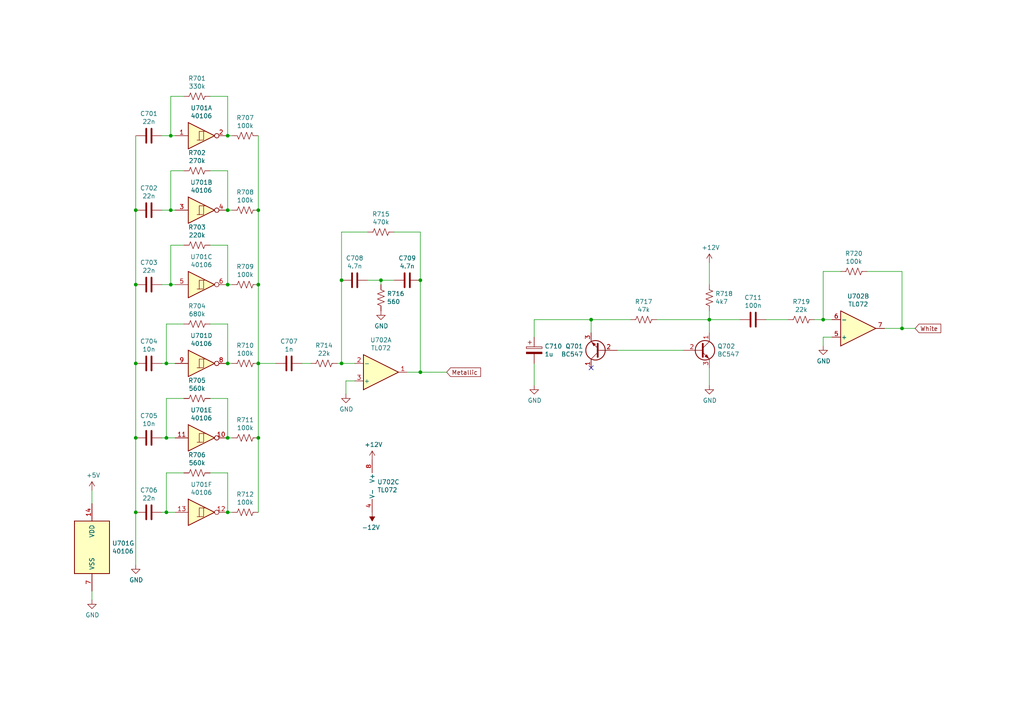
<source format=kicad_sch>
(kicad_sch (version 20230121) (generator eeschema)
  (paper "A4")
  (lib_symbols
    (symbol "4xxx:40106" (pin_names (offset 1.016))
      (property "Reference" "U" (at 0 1.27 0))
      (property "Value" "40106" (at 0 -1.27 0))
      (symbol "40106_1_0"
        (polyline (pts (xy -0.635 -1.27) (xy -0.635 1.27) (xy 0.635 1.27)))
        (polyline (pts (xy -3.81 3.81) (xy -3.81 -3.81) (xy 3.81 0) (xy -3.81 3.81)) (stroke (width 0.254)) (fill (type background)))
        (polyline (pts (xy -1.27 -1.27) (xy 0.635 -1.27) (xy 0.635 1.27) (xy 1.27 1.27)))
        (pin input line (at -7.62 0 0) (length 3.81) (name "~") (number "1"))
        (pin output inverted (at 7.62 0 180) (length 3.81) (name "~") (number "2"))
      )
      (symbol "40106_2_0"
        (polyline (pts (xy -0.635 -1.27) (xy -0.635 1.27) (xy 0.635 1.27)))
        (polyline (pts (xy -3.81 3.81) (xy -3.81 -3.81) (xy 3.81 0) (xy -3.81 3.81)) (stroke (width 0.254)) (fill (type background)))
        (polyline (pts (xy -1.27 -1.27) (xy 0.635 -1.27) (xy 0.635 1.27) (xy 1.27 1.27)))
        (pin input line (at -7.62 0 0) (length 3.81) (name "~") (number "3"))
        (pin output inverted (at 7.62 0 180) (length 3.81) (name "~") (number "4"))
      )
      (symbol "40106_3_0"
        (polyline (pts (xy -0.635 -1.27) (xy -0.635 1.27) (xy 0.635 1.27)))
        (polyline (pts (xy -3.81 3.81) (xy -3.81 -3.81) (xy 3.81 0) (xy -3.81 3.81)) (stroke (width 0.254)) (fill (type background)))
        (polyline (pts (xy -1.27 -1.27) (xy 0.635 -1.27) (xy 0.635 1.27) (xy 1.27 1.27)))
        (pin input line (at -7.62 0 0) (length 3.81) (name "~") (number "5"))
        (pin output inverted (at 7.62 0 180) (length 3.81) (name "~") (number "6"))
      )
      (symbol "40106_4_0"
        (polyline (pts (xy -0.635 -1.27) (xy -0.635 1.27) (xy 0.635 1.27)))
        (polyline (pts (xy -3.81 3.81) (xy -3.81 -3.81) (xy 3.81 0) (xy -3.81 3.81)) (stroke (width 0.254)) (fill (type background)))
        (polyline (pts (xy -1.27 -1.27) (xy 0.635 -1.27) (xy 0.635 1.27) (xy 1.27 1.27)))
        (pin output inverted (at 7.62 0 180) (length 3.81) (name "~") (number "8"))
        (pin input line (at -7.62 0 0) (length 3.81) (name "~") (number "9"))
      )
      (symbol "40106_5_0"
        (polyline (pts (xy -0.635 -1.27) (xy -0.635 1.27) (xy 0.635 1.27)))
        (polyline (pts (xy -3.81 3.81) (xy -3.81 -3.81) (xy 3.81 0) (xy -3.81 3.81)) (stroke (width 0.254)) (fill (type background)))
        (polyline (pts (xy -1.27 -1.27) (xy 0.635 -1.27) (xy 0.635 1.27) (xy 1.27 1.27)))
        (pin output inverted (at 7.62 0 180) (length 3.81) (name "~") (number "10"))
        (pin input line (at -7.62 0 0) (length 3.81) (name "~") (number "11"))
      )
      (symbol "40106_6_0"
        (polyline (pts (xy -0.635 -1.27) (xy -0.635 1.27) (xy 0.635 1.27)))
        (polyline (pts (xy -3.81 3.81) (xy -3.81 -3.81) (xy 3.81 0) (xy -3.81 3.81)) (stroke (width 0.254)) (fill (type background)))
        (polyline (pts (xy -1.27 -1.27) (xy 0.635 -1.27) (xy 0.635 1.27) (xy 1.27 1.27)))
        (pin output inverted (at 7.62 0 180) (length 3.81) (name "~") (number "12"))
        (pin input line (at -7.62 0 0) (length 3.81) (name "~") (number "13"))
      )
      (symbol "40106_7_0"
        (pin power_in line (at 0 12.7 270) (length 5.08) (name "VDD") (number "14"))
        (pin power_in line (at 0 -12.7 90) (length 5.08) (name "VSS") (number "7"))
      )
      (symbol "40106_7_1"
        (rectangle (start -5.08 7.62) (end 5.08 -7.62) (stroke (width 0.254)) (fill (type background)))
      )
    )
    (symbol "Amplifier_Operational:TL072" (pin_names (offset 0.127))
      (property "Reference" "U" (at 0 5.08 0))
      (property "Value" "TL072" (at 0 -5.08 0))
      (symbol "TL072_1_1"
        (polyline (pts (xy -5.08 5.08) (xy 5.08 0) (xy -5.08 -5.08) (xy -5.08 5.08)) (stroke (width 0.254)) (fill (type background)))
        (pin output line (at 7.62 0 180) (length 2.54) (name "~") (number "1"))
        (pin input line (at -7.62 -2.54 0) (length 2.54) (name "-") (number "2"))
        (pin input line (at -7.62 2.54 0) (length 2.54) (name "+") (number "3"))
      )
      (symbol "TL072_2_1"
        (polyline (pts (xy -5.08 5.08) (xy 5.08 0) (xy -5.08 -5.08) (xy -5.08 5.08)) (stroke (width 0.254)) (fill (type background)))
        (pin input line (at -7.62 2.54 0) (length 2.54) (name "+") (number "5"))
        (pin input line (at -7.62 -2.54 0) (length 2.54) (name "-") (number "6"))
        (pin output line (at 7.62 0 180) (length 2.54) (name "~") (number "7"))
      )
      (symbol "TL072_3_1"
        (pin power_in line (at -2.54 -7.62 90) (length 3.81) (name "V-") (number "4"))
        (pin power_in line (at -2.54 7.62 270) (length 3.81) (name "V+") (number "8"))
      )
    )
    (symbol "Device:C" (pin_numbers hide) (pin_names (offset 0.254))
      (property "Reference" "C" (at 0.635 2.54 0))
      (property "Value" "C" (at 0.635 -2.54 0))
      (symbol "C_0_1"
        (polyline (pts (xy -2.032 -0.762) (xy 2.032 -0.762)) (stroke (width 0.508)))
        (polyline (pts (xy -2.032 0.762) (xy 2.032 0.762)) (stroke (width 0.508)))
      )
      (symbol "C_1_1"
        (pin passive line (at 0 3.81 270) (length 2.794) (name "~") (number "1"))
        (pin passive line (at 0 -3.81 90) (length 2.794) (name "~") (number "2"))
      )
    )
    (symbol "Device:R_US" (pin_numbers hide) (pin_names (offset 0))
      (property "Reference" "R" (at 2.54 0 90))
      (property "Value" "R_US" (at -2.54 0 90))
      (symbol "R_US_0_1"
        (polyline (pts (xy 0 -2.286) (xy 0 -2.54)))
        (polyline (pts (xy 0 2.286) (xy 0 2.54)))
        (polyline (pts (xy 0 -0.762) (xy 1.016 -1.143) (xy 0 -1.524) (xy -1.016 -1.905) (xy 0 -2.286)))
        (polyline (pts (xy 0 0.762) (xy 1.016 0.381) (xy 0 0) (xy -1.016 -0.381) (xy 0 -0.762)))
        (polyline (pts (xy 0 2.286) (xy 1.016 1.905) (xy 0 1.524) (xy -1.016 1.143) (xy 0 0.762)))
      )
      (symbol "R_US_1_1"
        (pin passive line (at 0 3.81 270) (length 1.27) (name "~") (number "1"))
        (pin passive line (at 0 -3.81 90) (length 1.27) (name "~") (number "2"))
      )
    )
    (symbol "ESP808-rescue:CP-Device" (pin_numbers hide) (pin_names (offset 0.254))
      (property "Reference" "C" (at 0.635 2.54 0))
      (property "Value" "Device_CP" (at 0.635 -2.54 0))
      (symbol "CP-Device_0_1"
        (rectangle (start -2.286 0.508) (end 2.286 1.016))
        (polyline (pts (xy -1.778 2.286) (xy -0.762 2.286)))
        (polyline (pts (xy -1.27 2.794) (xy -1.27 1.778)))
        (rectangle (start 2.286 -0.508) (end -2.286 -1.016) (fill (type outline)))
      )
      (symbol "CP-Device_1_1"
        (pin passive line (at 0 3.81 270) (length 2.794) (name "~") (number "1"))
        (pin passive line (at 0 -3.81 90) (length 2.794) (name "~") (number "2"))
      )
    )
    (symbol "Transistor_BJT:BC547" (pin_names (offset 0) hide)
      (property "Reference" "Q" (at 5.08 1.905 0))
      (property "Value" "BC547" (at 5.08 0 0))
      (symbol "BC547_0_1"
        (polyline (pts (xy 0 0) (xy 0.635 0)))
        (polyline (pts (xy 0.635 0.635) (xy 2.54 2.54)))
        (polyline (pts (xy 0.635 -0.635) (xy 2.54 -2.54) (xy 2.54 -2.54)))
        (polyline (pts (xy 0.635 1.905) (xy 0.635 -1.905) (xy 0.635 -1.905)) (stroke (width 0.508)))
        (polyline (pts (xy 1.27 -1.778) (xy 1.778 -1.27) (xy 2.286 -2.286) (xy 1.27 -1.778) (xy 1.27 -1.778)) (fill (type outline)))
        (circle (center 1.27 0) (radius 2.8194) (stroke (width 0.254)))
      )
      (symbol "BC547_1_1"
        (pin passive line (at 2.54 5.08 270) (length 2.54) (name "C") (number "1"))
        (pin input line (at -5.08 0 0) (length 5.08) (name "B") (number "2"))
        (pin passive line (at 2.54 -5.08 90) (length 2.54) (name "E") (number "3"))
      )
    )
    (symbol "power:+12V" (power) (pin_names (offset 0))
      (property "Value" "+12V" (at 0 3.556 0))
      (symbol "+12V_0_1"
        (polyline (pts (xy -0.762 1.27) (xy 0 2.54)))
        (polyline (pts (xy 0 0) (xy 0 2.54)))
        (polyline (pts (xy 0 2.54) (xy 0.762 1.27)))
      )
      (symbol "+12V_1_1"
        (pin power_in line (at 0 0 90) (length 0) hide (name "+12V") (number "1"))
      )
    )
    (symbol "power:+5V" (power) (pin_names (offset 0))
      (property "Value" "+5V" (at 0 3.556 0))
      (symbol "+5V_0_1"
        (polyline (pts (xy -0.762 1.27) (xy 0 2.54)))
        (polyline (pts (xy 0 0) (xy 0 2.54)))
        (polyline (pts (xy 0 2.54) (xy 0.762 1.27)))
      )
      (symbol "+5V_1_1"
        (pin power_in line (at 0 0 90) (length 0) hide (name "+5V") (number "1"))
      )
    )
    (symbol "power:-12V" (power) (pin_names (offset 0))
      (property "Value" "-12V" (at 0 3.81 0))
      (symbol "-12V_0_0"
        (pin power_in line (at 0 0 90) (length 0) hide (name "-12V") (number "1"))
      )
      (symbol "-12V_0_1"
        (polyline (pts (xy 0 0) (xy 0 1.27) (xy 0.762 1.27) (xy 0 2.54) (xy -0.762 1.27) (xy 0 1.27)) (fill (type outline)))
      )
    )
    (symbol "power:GND" (power) (pin_names (offset 0))
      (property "Value" "GND" (at 0 -3.81 0))
      (symbol "GND_0_1"
        (polyline (pts (xy 0 0) (xy 0 -1.27) (xy 1.27 -1.27) (xy 0 -2.54) (xy -1.27 -1.27) (xy 0 -1.27)))
      )
      (symbol "GND_1_1"
        (pin power_in line (at 0 0 270) (length 0) hide (name "GND") (number "1"))
      )
    )
  )
  (junction (at 74.93 60.96))
  (junction (at 261.62 95.25))
  (junction (at 110.49 81.28))
  (junction (at 49.53 39.37))
  (junction (at 39.37 148.59))
  (junction (at 49.53 60.96))
  (junction (at 74.93 127))
  (junction (at 66.04 82.55))
  (junction (at 238.76 92.71))
  (junction (at 48.26 105.41))
  (junction (at 49.53 82.55))
  (junction (at 99.06 81.28))
  (junction (at 121.92 107.95))
  (junction (at 121.92 81.28))
  (junction (at 66.04 127))
  (junction (at 48.26 148.59))
  (junction (at 39.37 127))
  (junction (at 39.37 82.55))
  (junction (at 66.04 60.96))
  (junction (at 171.45 92.71))
  (junction (at 66.04 105.41))
  (junction (at 74.93 105.41))
  (junction (at 99.06 105.41))
  (junction (at 66.04 39.37))
  (junction (at 39.37 105.41))
  (junction (at 39.37 60.96))
  (junction (at 74.93 82.55))
  (junction (at 48.26 127))
  (junction (at 205.74 92.71))
  (junction (at 66.04 148.59))
  (no_connect (at 171.45 106.68))
  (wire (pts (xy 205.74 76.2) (xy 205.74 82.55)))
  (wire (pts (xy 49.53 82.55) (xy 50.8 82.55)))
  (wire (pts (xy 238.76 97.79) (xy 241.3 97.79)))
  (wire (pts (xy 74.93 82.55) (xy 74.93 105.41)))
  (wire (pts (xy 60.96 93.98) (xy 66.04 93.98)))
  (wire (pts (xy 238.76 100.33) (xy 238.76 97.79)))
  (wire (pts (xy 154.94 97.79) (xy 154.94 92.71)))
  (wire (pts (xy 256.54 95.25) (xy 261.62 95.25)))
  (wire (pts (xy 60.96 49.53) (xy 66.04 49.53)))
  (wire (pts (xy 90.17 105.41) (xy 87.63 105.41)))
  (wire (pts (xy 182.88 92.71) (xy 171.45 92.71)))
  (wire (pts (xy 50.8 105.41) (xy 48.26 105.41)))
  (wire (pts (xy 66.04 82.55) (xy 66.04 71.12)))
  (wire (pts (xy 46.99 60.96) (xy 49.53 60.96)))
  (wire (pts (xy 238.76 92.71) (xy 241.3 92.71)))
  (wire (pts (xy 74.93 127) (xy 74.93 148.59)))
  (wire (pts (xy 53.34 137.16) (xy 48.26 137.16)))
  (wire (pts (xy 222.25 92.71) (xy 228.6 92.71)))
  (wire (pts (xy 205.74 92.71) (xy 205.74 96.52)))
  (wire (pts (xy 66.04 71.12) (xy 60.96 71.12)))
  (wire (pts (xy 67.31 148.59) (xy 66.04 148.59)))
  (wire (pts (xy 39.37 163.83) (xy 39.37 148.59)))
  (wire (pts (xy 26.67 142.24) (xy 26.67 146.05)))
  (wire (pts (xy 49.53 60.96) (xy 50.8 60.96)))
  (wire (pts (xy 106.68 81.28) (xy 110.49 81.28)))
  (wire (pts (xy 100.33 114.3) (xy 100.33 110.49)))
  (wire (pts (xy 179.07 101.6) (xy 198.12 101.6)))
  (wire (pts (xy 97.79 105.41) (xy 99.06 105.41)))
  (wire (pts (xy 48.26 105.41) (xy 48.26 93.98)))
  (wire (pts (xy 48.26 148.59) (xy 46.99 148.59)))
  (wire (pts (xy 99.06 81.28) (xy 99.06 67.31)))
  (wire (pts (xy 49.53 27.94) (xy 53.34 27.94)))
  (wire (pts (xy 214.63 92.71) (xy 205.74 92.71)))
  (wire (pts (xy 99.06 67.31) (xy 106.68 67.31)))
  (wire (pts (xy 48.26 115.57) (xy 53.34 115.57)))
  (wire (pts (xy 66.04 27.94) (xy 66.04 39.37)))
  (wire (pts (xy 110.49 82.55) (xy 110.49 81.28)))
  (wire (pts (xy 99.06 105.41) (xy 102.87 105.41)))
  (wire (pts (xy 171.45 92.71) (xy 171.45 96.52)))
  (wire (pts (xy 205.74 111.76) (xy 205.74 106.68)))
  (wire (pts (xy 26.67 173.99) (xy 26.67 171.45)))
  (wire (pts (xy 60.96 27.94) (xy 66.04 27.94)))
  (wire (pts (xy 236.22 92.71) (xy 238.76 92.71)))
  (wire (pts (xy 49.53 82.55) (xy 49.53 71.12)))
  (wire (pts (xy 74.93 39.37) (xy 74.93 60.96)))
  (wire (pts (xy 48.26 127) (xy 46.99 127)))
  (wire (pts (xy 39.37 148.59) (xy 39.37 127)))
  (wire (pts (xy 154.94 92.71) (xy 171.45 92.71)))
  (wire (pts (xy 39.37 60.96) (xy 39.37 39.37)))
  (wire (pts (xy 49.53 60.96) (xy 49.53 49.53)))
  (wire (pts (xy 66.04 49.53) (xy 66.04 60.96)))
  (wire (pts (xy 60.96 115.57) (xy 66.04 115.57)))
  (wire (pts (xy 121.92 107.95) (xy 121.92 81.28)))
  (wire (pts (xy 48.26 93.98) (xy 53.34 93.98)))
  (wire (pts (xy 49.53 71.12) (xy 53.34 71.12)))
  (wire (pts (xy 74.93 60.96) (xy 74.93 82.55)))
  (wire (pts (xy 121.92 67.31) (xy 121.92 81.28)))
  (wire (pts (xy 74.93 105.41) (xy 74.93 127)))
  (wire (pts (xy 100.33 110.49) (xy 102.87 110.49)))
  (wire (pts (xy 50.8 127) (xy 48.26 127)))
  (wire (pts (xy 48.26 105.41) (xy 46.99 105.41)))
  (wire (pts (xy 67.31 82.55) (xy 66.04 82.55)))
  (wire (pts (xy 99.06 81.28) (xy 99.06 105.41)))
  (wire (pts (xy 118.11 107.95) (xy 121.92 107.95)))
  (wire (pts (xy 67.31 60.96) (xy 66.04 60.96)))
  (wire (pts (xy 261.62 95.25) (xy 261.62 78.74)))
  (wire (pts (xy 190.5 92.71) (xy 205.74 92.71)))
  (wire (pts (xy 67.31 127) (xy 66.04 127)))
  (wire (pts (xy 154.94 111.76) (xy 154.94 105.41)))
  (wire (pts (xy 50.8 148.59) (xy 48.26 148.59)))
  (wire (pts (xy 265.43 95.25) (xy 261.62 95.25)))
  (wire (pts (xy 67.31 39.37) (xy 66.04 39.37)))
  (wire (pts (xy 80.01 105.41) (xy 74.93 105.41)))
  (wire (pts (xy 110.49 81.28) (xy 114.3 81.28)))
  (wire (pts (xy 39.37 105.41) (xy 39.37 82.55)))
  (wire (pts (xy 114.3 67.31) (xy 121.92 67.31)))
  (wire (pts (xy 39.37 82.55) (xy 39.37 60.96)))
  (wire (pts (xy 49.53 39.37) (xy 49.53 27.94)))
  (wire (pts (xy 46.99 82.55) (xy 49.53 82.55)))
  (wire (pts (xy 46.99 39.37) (xy 49.53 39.37)))
  (wire (pts (xy 48.26 137.16) (xy 48.26 148.59)))
  (wire (pts (xy 238.76 78.74) (xy 243.84 78.74)))
  (wire (pts (xy 67.31 105.41) (xy 66.04 105.41)))
  (wire (pts (xy 205.74 90.17) (xy 205.74 92.71)))
  (wire (pts (xy 66.04 93.98) (xy 66.04 105.41)))
  (wire (pts (xy 66.04 148.59) (xy 66.04 137.16)))
  (wire (pts (xy 49.53 49.53) (xy 53.34 49.53)))
  (wire (pts (xy 66.04 115.57) (xy 66.04 127)))
  (wire (pts (xy 238.76 92.71) (xy 238.76 78.74)))
  (wire (pts (xy 49.53 39.37) (xy 50.8 39.37)))
  (wire (pts (xy 48.26 127) (xy 48.26 115.57)))
  (wire (pts (xy 261.62 78.74) (xy 251.46 78.74)))
  (wire (pts (xy 66.04 137.16) (xy 60.96 137.16)))
  (wire (pts (xy 39.37 127) (xy 39.37 105.41)))
  (wire (pts (xy 129.54 107.95) (xy 121.92 107.95)))
  (global_label "White" (shape input) (at 265.43 95.25 0) (property "Intersheetrefs" "${INTERSHEET_REFS}" (effects hide)))
  (global_label "Metallic" (shape input) (at 129.54 107.95 0) (property "Intersheetrefs" "${INTERSHEET_REFS}" (effects hide)))
  (symbol (lib_id "4xxx:40106") (at 26.67 158.75 0) (unit 7)
    (property "Reference" "U701" (at 32.512 157.5816 0) (effects (justify left)))
    (property "Value" "40106" (at 32.512 159.893 0) (effects (justify left)))
    (property "Footprint" "Package_DIP:DIP-14_W7.62mm" (effects hide))
    (property "Datasheet" "https://assets.nexperia.com/documents/data-sheet/HEF40106B.pdf" (effects hide))
  )
  (symbol (lib_id "power:GND") (at 26.67 173.99 0) (unit 1)
    (property "Reference" "#PWR0139" (effects hide))
    (property "Value" "GND" (at 26.797 178.3842 0))
  )
  (symbol (lib_id "power:+5V") (at 26.67 142.24 0) (unit 1)
    (property "Reference" "#PWR0138" (effects hide))
    (property "Value" "+5V" (at 27.051 137.8458 0))
  )
  (symbol (lib_id "4xxx:40106") (at 58.42 39.37 0) (unit 1)
    (property "Reference" "U701" (at 58.42 31.3182 0))
    (property "Value" "40106" (at 58.42 33.6296 0))
    (property "Footprint" "Package_DIP:DIP-14_W7.62mm" (effects hide))
    (property "Datasheet" "https://assets.nexperia.com/documents/data-sheet/HEF40106B.pdf" (effects hide))
  )
  (symbol (lib_id "4xxx:40106") (at 58.42 60.96 0) (unit 2)
    (property "Reference" "U701" (at 58.42 52.9082 0))
    (property "Value" "40106" (at 58.42 55.2196 0))
    (property "Footprint" "Package_DIP:DIP-14_W7.62mm" (effects hide))
    (property "Datasheet" "https://assets.nexperia.com/documents/data-sheet/HEF40106B.pdf" (effects hide))
  )
  (symbol (lib_id "Device:R_US") (at 57.15 27.94 270) (unit 1)
    (property "Reference" "R701" (at 57.15 22.733 90))
    (property "Value" "330k" (at 57.15 25.0444 90))
    (property "Footprint" "PCM_Resistor_THT_AKL:R_Axial_DIN0207_L6.3mm_D2.5mm_P2.54mm_Vertical" (effects hide))
  )
  (symbol (lib_id "Device:R_US") (at 57.15 49.53 270) (unit 1)
    (property "Reference" "R702" (at 57.15 44.323 90))
    (property "Value" "270k" (at 57.15 46.6344 90))
    (property "Footprint" "PCM_Resistor_THT_AKL:R_Axial_DIN0207_L6.3mm_D2.5mm_P2.54mm_Vertical" (effects hide))
  )
  (symbol (lib_id "4xxx:40106") (at 58.42 82.55 0) (unit 3)
    (property "Reference" "U701" (at 58.42 74.4982 0))
    (property "Value" "40106" (at 58.42 76.8096 0))
    (property "Footprint" "Package_DIP:DIP-14_W7.62mm" (effects hide))
    (property "Datasheet" "https://assets.nexperia.com/documents/data-sheet/HEF40106B.pdf" (effects hide))
  )
  (symbol (lib_id "Device:R_US") (at 57.15 71.12 270) (unit 1)
    (property "Reference" "R703" (at 57.15 65.913 90))
    (property "Value" "220k" (at 57.15 68.2244 90))
    (property "Footprint" "PCM_Resistor_THT_AKL:R_Axial_DIN0207_L6.3mm_D2.5mm_P2.54mm_Vertical" (effects hide))
  )
  (symbol (lib_id "4xxx:40106") (at 58.42 105.41 0) (unit 4)
    (property "Reference" "U701" (at 58.42 97.3582 0))
    (property "Value" "40106" (at 58.42 99.6696 0))
    (property "Footprint" "Package_DIP:DIP-14_W7.62mm" (effects hide))
    (property "Datasheet" "https://assets.nexperia.com/documents/data-sheet/HEF40106B.pdf" (effects hide))
  )
  (symbol (lib_id "4xxx:40106") (at 58.42 127 0) (unit 5)
    (property "Reference" "U701" (at 58.42 118.9482 0))
    (property "Value" "40106" (at 58.42 121.2596 0))
    (property "Footprint" "Package_DIP:DIP-14_W7.62mm" (effects hide))
    (property "Datasheet" "https://assets.nexperia.com/documents/data-sheet/HEF40106B.pdf" (effects hide))
  )
  (symbol (lib_id "Device:R_US") (at 57.15 93.98 270) (unit 1)
    (property "Reference" "R704" (at 57.15 88.773 90))
    (property "Value" "680k" (at 57.15 91.0844 90))
    (property "Footprint" "PCM_Resistor_THT_AKL:R_Axial_DIN0207_L6.3mm_D2.5mm_P2.54mm_Vertical" (effects hide))
  )
  (symbol (lib_id "Device:R_US") (at 57.15 115.57 270) (unit 1)
    (property "Reference" "R705" (at 57.15 110.363 90))
    (property "Value" "560k" (at 57.15 112.6744 90))
    (property "Footprint" "PCM_Resistor_THT_AKL:R_Axial_DIN0207_L6.3mm_D2.5mm_P2.54mm_Vertical" (effects hide))
  )
  (symbol (lib_id "4xxx:40106") (at 58.42 148.59 0) (unit 6)
    (property "Reference" "U701" (at 58.42 140.5382 0))
    (property "Value" "40106" (at 58.42 142.8496 0))
    (property "Footprint" "Package_DIP:DIP-14_W7.62mm" (effects hide))
    (property "Datasheet" "https://assets.nexperia.com/documents/data-sheet/HEF40106B.pdf" (effects hide))
  )
  (symbol (lib_id "Device:R_US") (at 57.15 137.16 270) (unit 1)
    (property "Reference" "R706" (at 57.15 131.953 90))
    (property "Value" "560k" (at 57.15 134.2644 90))
    (property "Footprint" "PCM_Resistor_THT_AKL:R_Axial_DIN0207_L6.3mm_D2.5mm_P2.54mm_Vertical" (effects hide))
  )
  (symbol (lib_id "Device:C") (at 43.18 148.59 270) (unit 1)
    (property "Reference" "C706" (at 43.18 142.1892 90))
    (property "Value" "22n" (at 43.18 144.5006 90))
    (property "Footprint" "Capacitor_THT:C_Disc_D4.7mm_W2.5mm_P5.00mm" (effects hide))
  )
  (symbol (lib_id "Device:C") (at 43.18 127 270) (unit 1)
    (property "Reference" "C705" (at 43.18 120.5992 90))
    (property "Value" "10n" (at 43.18 122.9106 90))
    (property "Footprint" "Capacitor_THT:C_Disc_D4.7mm_W2.5mm_P5.00mm" (effects hide))
  )
  (symbol (lib_id "Device:C") (at 43.18 105.41 270) (unit 1)
    (property "Reference" "C704" (at 43.18 99.0092 90))
    (property "Value" "10n" (at 43.18 101.3206 90))
    (property "Footprint" "Capacitor_THT:C_Disc_D4.7mm_W2.5mm_P5.00mm" (effects hide))
  )
  (symbol (lib_id "Device:C") (at 43.18 82.55 270) (unit 1)
    (property "Reference" "C703" (at 43.18 76.1492 90))
    (property "Value" "22n" (at 43.18 78.4606 90))
    (property "Footprint" "Capacitor_THT:C_Disc_D4.7mm_W2.5mm_P5.00mm" (effects hide))
  )
  (symbol (lib_id "Device:C") (at 43.18 60.96 270) (unit 1)
    (property "Reference" "C702" (at 43.18 54.5592 90))
    (property "Value" "22n" (at 43.18 56.8706 90))
    (property "Footprint" "Capacitor_THT:C_Disc_D4.7mm_W2.5mm_P5.00mm" (effects hide))
  )
  (symbol (lib_id "Device:C") (at 43.18 39.37 270) (unit 1)
    (property "Reference" "C701" (at 43.18 32.9692 90))
    (property "Value" "22n" (at 43.18 35.2806 90))
    (property "Footprint" "Capacitor_THT:C_Disc_D4.7mm_W2.5mm_P5.00mm" (effects hide))
  )
  (symbol (lib_id "power:GND") (at 39.37 163.83 0) (unit 1)
    (property "Reference" "#PWR0701" (effects hide))
    (property "Value" "GND" (at 39.497 168.2242 0))
  )
  (symbol (lib_id "Device:R_US") (at 71.12 39.37 270) (mirror x) (unit 1)
    (property "Reference" "R707" (at 71.12 34.163 90))
    (property "Value" "100k" (at 71.12 36.4744 90))
    (property "Footprint" "PCM_Resistor_THT_AKL:R_Axial_DIN0207_L6.3mm_D2.5mm_P7.62mm_Horizontal" (effects hide))
  )
  (symbol (lib_id "Device:R_US") (at 71.12 60.96 270) (unit 1)
    (property "Reference" "R708" (at 71.12 55.753 90))
    (property "Value" "100k" (at 71.12 58.0644 90))
    (property "Footprint" "PCM_Resistor_THT_AKL:R_Axial_DIN0207_L6.3mm_D2.5mm_P7.62mm_Horizontal" (effects hide))
  )
  (symbol (lib_id "Device:R_US") (at 71.12 82.55 270) (unit 1)
    (property "Reference" "R709" (at 71.12 77.343 90))
    (property "Value" "100k" (at 71.12 79.6544 90))
    (property "Footprint" "PCM_Resistor_THT_AKL:R_Axial_DIN0207_L6.3mm_D2.5mm_P7.62mm_Horizontal" (effects hide))
  )
  (symbol (lib_id "Device:R_US") (at 71.12 105.41 270) (unit 1)
    (property "Reference" "R710" (at 71.12 100.203 90))
    (property "Value" "100k" (at 71.12 102.5144 90))
    (property "Footprint" "PCM_Resistor_THT_AKL:R_Axial_DIN0207_L6.3mm_D2.5mm_P7.62mm_Horizontal" (effects hide))
  )
  (symbol (lib_id "Device:R_US") (at 71.12 127 270) (unit 1)
    (property "Reference" "R711" (at 71.12 121.793 90))
    (property "Value" "100k" (at 71.12 124.1044 90))
    (property "Footprint" "PCM_Resistor_THT_AKL:R_Axial_DIN0207_L6.3mm_D2.5mm_P7.62mm_Horizontal" (effects hide))
  )
  (symbol (lib_id "Device:R_US") (at 71.12 148.59 270) (unit 1)
    (property "Reference" "R712" (at 71.12 143.383 90))
    (property "Value" "100k" (at 71.12 145.6944 90))
    (property "Footprint" "PCM_Resistor_THT_AKL:R_Axial_DIN0207_L6.3mm_D2.5mm_P7.62mm_Horizontal" (effects hide))
  )
  (symbol (lib_id "Amplifier_Operational:TL072") (at 110.49 107.95 0) (mirror x) (unit 1)
    (property "Reference" "U702" (at 110.49 98.6282 0))
    (property "Value" "TL072" (at 110.49 100.9396 0))
    (property "Footprint" "Package_DIP:DIP-8_W7.62mm" (effects hide))
    (property "Datasheet" "http://www.ti.com/lit/ds/symlink/tl071.pdf" (effects hide))
  )
  (symbol (lib_id "Device:C") (at 83.82 105.41 270) (unit 1)
    (property "Reference" "C707" (at 83.82 99.0092 90))
    (property "Value" "1n" (at 83.82 101.3206 90))
    (property "Footprint" "Capacitor_THT:C_Disc_D4.7mm_W2.5mm_P5.00mm" (effects hide))
  )
  (symbol (lib_id "Device:C") (at 102.87 81.28 270) (unit 1)
    (property "Reference" "C708" (at 102.87 74.8792 90))
    (property "Value" "4.7n" (at 102.87 77.1906 90))
    (property "Footprint" "Capacitor_THT:C_Disc_D4.7mm_W2.5mm_P5.00mm" (effects hide))
  )
  (symbol (lib_id "Device:C") (at 118.11 81.28 270) (unit 1)
    (property "Reference" "C709" (at 118.11 74.8792 90))
    (property "Value" "4.7n" (at 118.11 77.1906 90))
    (property "Footprint" "Capacitor_THT:C_Disc_D4.7mm_W2.5mm_P5.00mm" (effects hide))
  )
  (symbol (lib_id "Device:R_US") (at 93.98 105.41 270) (unit 1)
    (property "Reference" "R714" (at 93.98 100.203 90))
    (property "Value" "22k" (at 93.98 102.5144 90))
    (property "Footprint" "PCM_Resistor_THT_AKL:R_Axial_DIN0207_L6.3mm_D2.5mm_P7.62mm_Horizontal" (effects hide))
  )
  (symbol (lib_id "Device:R_US") (at 110.49 86.36 180) (unit 1)
    (property "Reference" "R716" (at 112.2172 85.1916 0) (effects (justify right)))
    (property "Value" "560" (at 112.2172 87.503 0) (effects (justify right)))
    (property "Footprint" "PCM_Resistor_THT_AKL:R_Axial_DIN0207_L6.3mm_D2.5mm_P7.62mm_Horizontal" (effects hide))
  )
  (symbol (lib_id "Device:R_US") (at 110.49 67.31 90) (unit 1)
    (property "Reference" "R715" (at 110.49 62.103 90))
    (property "Value" "470k" (at 110.49 64.4144 90))
    (property "Footprint" "PCM_Resistor_THT_AKL:R_Axial_DIN0207_L6.3mm_D2.5mm_P7.62mm_Horizontal" (effects hide))
  )
  (symbol (lib_id "power:GND") (at 110.49 90.17 0) (unit 1)
    (property "Reference" "#PWR0706" (effects hide))
    (property "Value" "GND" (at 110.617 94.5642 0))
  )
  (symbol (lib_id "power:GND") (at 100.33 114.3 0) (unit 1)
    (property "Reference" "#PWR0703" (effects hide))
    (property "Value" "GND" (at 100.457 118.6942 0))
  )
  (symbol (lib_id "Amplifier_Operational:TL072") (at 248.92 95.25 0) (mirror x) (unit 2)
    (property "Reference" "U702" (at 248.92 85.9282 0))
    (property "Value" "TL072" (at 248.92 88.2396 0))
    (property "Footprint" "Package_DIP:DIP-8_W7.62mm" (effects hide))
    (property "Datasheet" "http://www.ti.com/lit/ds/symlink/tl071.pdf" (effects hide))
  )
  (symbol (lib_id "Amplifier_Operational:TL072") (at 110.49 140.97 0) (unit 3)
    (property "Reference" "U702" (at 109.4232 139.8016 0) (effects (justify left)))
    (property "Value" "TL072" (at 109.4232 142.113 0) (effects (justify left)))
    (property "Footprint" "Package_DIP:DIP-8_W7.62mm" (effects hide))
    (property "Datasheet" "http://www.ti.com/lit/ds/symlink/tl071.pdf" (effects hide))
  )
  (symbol (lib_id "power:+12V") (at 107.95 133.35 0) (unit 1)
    (property "Reference" "#PWR0704" (effects hide))
    (property "Value" "+12V" (at 108.331 128.9558 0))
  )
  (symbol (lib_id "power:-12V") (at 107.95 148.59 180) (unit 1)
    (property "Reference" "#PWR0705" (effects hide))
    (property "Value" "-12V" (at 107.569 152.9842 0))
  )
  (symbol (lib_id "Transistor_BJT:BC547") (at 173.99 101.6 180) (unit 1)
    (property "Reference" "Q701" (at 169.1386 100.4316 0) (effects (justify left)))
    (property "Value" "BC547" (at 169.1386 102.743 0) (effects (justify left)))
    (property "Footprint" "Package_TO_SOT_THT:TO-92L_HandSolder" (effects hide))
    (property "Datasheet" "https://www.onsemi.com/pub/Collateral/BC550-D.pdf" (effects hide))
  )
  (symbol (lib_id "Transistor_BJT:BC547") (at 203.2 101.6 0) (unit 1)
    (property "Reference" "Q702" (at 208.0514 100.4316 0) (effects (justify left)))
    (property "Value" "BC547" (at 208.0514 102.743 0) (effects (justify left)))
    (property "Footprint" "Package_TO_SOT_THT:TO-92L_HandSolder" (effects hide))
    (property "Datasheet" "https://www.onsemi.com/pub/Collateral/BC550-D.pdf" (effects hide))
  )
  (symbol (lib_id "ESP808-rescue:CP-Device") (at 154.94 101.6 0) (unit 1)
    (property "Reference" "C710" (at 157.9372 100.4316 0) (effects (justify left)))
    (property "Value" "1u" (at 157.9372 102.743 0) (effects (justify left)))
    (property "Footprint" "Capacitor_THT:CP_Radial_D4.0mm_P2.00mm" (effects hide))
  )
  (symbol (lib_id "power:GND") (at 154.94 111.76 0) (unit 1)
    (property "Reference" "#PWR0707" (effects hide))
    (property "Value" "GND" (at 155.067 116.1542 0))
  )
  (symbol (lib_id "Device:R_US") (at 186.69 92.71 270) (unit 1)
    (property "Reference" "R717" (at 186.69 87.503 90))
    (property "Value" "47k" (at 186.69 89.8144 90))
    (property "Footprint" "PCM_Resistor_THT_AKL:R_Axial_DIN0207_L6.3mm_D2.5mm_P7.62mm_Horizontal" (effects hide))
  )
  (symbol (lib_id "power:GND") (at 205.74 111.76 0) (unit 1)
    (property "Reference" "#PWR0709" (effects hide))
    (property "Value" "GND" (at 205.867 116.1542 0))
  )
  (symbol (lib_id "Device:R_US") (at 205.74 86.36 180) (unit 1)
    (property "Reference" "R718" (at 207.4672 85.1916 0) (effects (justify right)))
    (property "Value" "4k7" (at 207.4672 87.503 0) (effects (justify right)))
    (property "Footprint" "PCM_Resistor_THT_AKL:R_Axial_DIN0207_L6.3mm_D2.5mm_P7.62mm_Horizontal" (effects hide))
  )
  (symbol (lib_id "power:+12V") (at 205.74 76.2 0) (unit 1)
    (property "Reference" "#PWR0708" (effects hide))
    (property "Value" "+12V" (at 206.121 71.8058 0))
  )
  (symbol (lib_id "Device:R_US") (at 232.41 92.71 270) (unit 1)
    (property "Reference" "R719" (at 232.41 87.503 90))
    (property "Value" "22k" (at 232.41 89.8144 90))
    (property "Footprint" "PCM_Resistor_THT_AKL:R_Axial_DIN0207_L6.3mm_D2.5mm_P7.62mm_Horizontal" (effects hide))
  )
  (symbol (lib_id "Device:R_US") (at 247.65 78.74 270) (unit 1)
    (property "Reference" "R720" (at 247.65 73.533 90))
    (property "Value" "100k" (at 247.65 75.8444 90))
    (property "Footprint" "PCM_Resistor_THT_AKL:R_Axial_DIN0207_L6.3mm_D2.5mm_P7.62mm_Horizontal" (effects hide))
  )
  (symbol (lib_id "Device:C") (at 218.44 92.71 270) (unit 1)
    (property "Reference" "C711" (at 218.44 86.3092 90))
    (property "Value" "100n" (at 218.44 88.6206 90))
    (property "Footprint" "Capacitor_THT:C_Disc_D4.7mm_W2.5mm_P5.00mm" (effects hide))
  )
  (symbol (lib_id "power:GND") (at 238.76 100.33 0) (unit 1)
    (property "Reference" "#PWR0710" (effects hide))
    (property "Value" "GND" (at 238.887 104.7242 0))
  )
)
</source>
